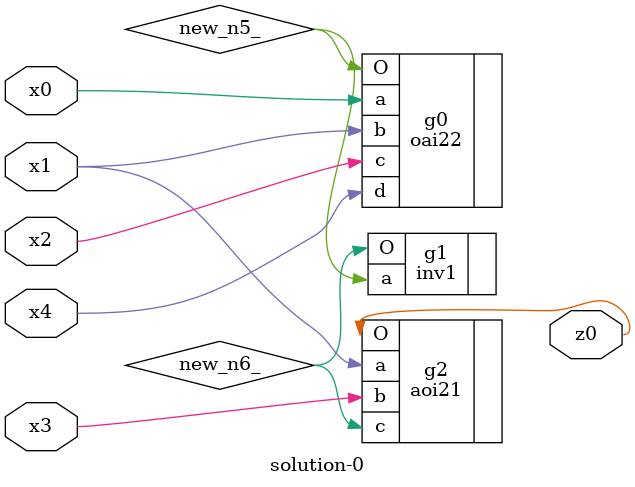
<source format=v>
module \solution-0 (
  x0, x1, x2, x3, x4,
  z0 );
  input x0, x1, x2, x3, x4;
  output z0;
  wire new_n5_, new_n6_;
  oai22  g0(.a(x0), .b(x1), .c(x2), .d(x4), .O(new_n5_));
  inv1  g1(.a(new_n5_), .O(new_n6_));
  aoi21  g2(.a(x1), .b(x3), .c(new_n6_), .O(z0));
endmodule

</source>
